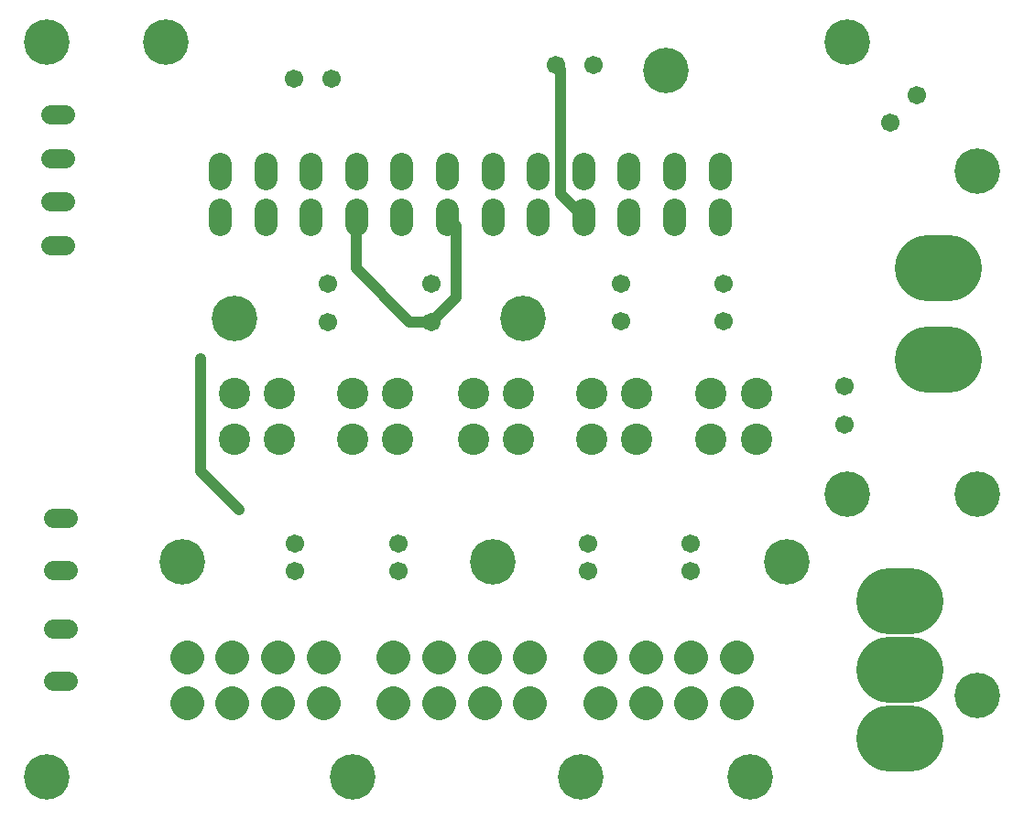
<source format=gbs>
G04 Layer: BottomSolderMaskLayer*
G04 EasyEDA v6.4.19.4, 2021-09-27T21:18:42+08:00*
G04 328f29077b91436ca96412054b8b6626,119f753a6ce64b8d841f2ad33262ab0c,10*
G04 Gerber Generator version 0.2*
G04 Scale: 100 percent, Rotated: No, Reflected: No *
G04 Dimensions in millimeters *
G04 leading zeros omitted , absolute positions ,4 integer and 5 decimal *
%FSLAX45Y45*%
%MOMM*%

%ADD13C,1.0000*%
%ADD28C,6.1016*%
%ADD29C,1.8032*%
%ADD30C,2.1000*%
%ADD31C,3.1016*%
%ADD32C,4.2032*%
%ADD34C,1.7016*%
%ADD35C,2.9016*%

%LPD*%
D13*
X2222500Y2921000D02*
G01*
X1866900Y3276600D01*
X1866900Y4216400D01*
X1866900Y4318000D01*
X5194300Y6769100D02*
G01*
X5194300Y6993869D01*
X5152948Y7035220D01*
X3306097Y5631992D02*
G01*
X3306097Y5152102D01*
X3797315Y4660884D01*
X4000500Y4660884D01*
X4146100Y5631992D02*
G01*
X4229100Y5548993D01*
X4229100Y4889484D01*
X4000500Y4660884D01*
X5194300Y6769100D02*
G01*
X5194300Y6896100D01*
X5406136Y5631942D02*
G01*
X5194300Y5843778D01*
X5194300Y6769100D01*
D28*
X8786799Y5156200D02*
G01*
X8586800Y5156200D01*
X8431199Y2070100D02*
G01*
X8231200Y2070100D01*
X8431199Y1435100D02*
G01*
X8231200Y1435100D01*
X8431199Y800100D02*
G01*
X8231200Y800100D01*
X8786799Y4305300D02*
G01*
X8586800Y4305300D01*
D29*
X476100Y6578600D02*
G01*
X616099Y6578600D01*
X476100Y6174366D02*
G01*
X616099Y6174366D01*
X476100Y5770138D02*
G01*
X616099Y5770138D01*
X476100Y5365902D02*
G01*
X616099Y5365902D01*
X501500Y2844800D02*
G01*
X641499Y2844800D01*
X501500Y2362200D02*
G01*
X641499Y2362200D01*
X501500Y1816100D02*
G01*
X641499Y1816100D01*
X501500Y1333500D02*
G01*
X641499Y1333500D01*
D30*
X2046097Y5701992D02*
G01*
X2046097Y5561992D01*
X2046097Y6122007D02*
G01*
X2046097Y5982007D01*
X2466086Y5701992D02*
G01*
X2466086Y5561992D01*
X2466086Y6122007D02*
G01*
X2466086Y5982007D01*
X2886100Y5701992D02*
G01*
X2886100Y5561992D01*
X2886100Y6122007D02*
G01*
X2886100Y5982007D01*
X3306089Y5701992D02*
G01*
X3306089Y5561992D01*
X3306089Y6122007D02*
G01*
X3306089Y5982007D01*
X3726103Y5701992D02*
G01*
X3726103Y5561992D01*
X3726103Y6122007D02*
G01*
X3726103Y5982007D01*
X4146092Y5701992D02*
G01*
X4146092Y5561992D01*
X4146092Y6122007D02*
G01*
X4146092Y5982007D01*
X4566107Y5701992D02*
G01*
X4566107Y5561992D01*
X4566107Y6122007D02*
G01*
X4566107Y5982007D01*
X4986096Y5701992D02*
G01*
X4986096Y5561992D01*
X4986096Y6122007D02*
G01*
X4986096Y5982007D01*
X5406085Y5701992D02*
G01*
X5406085Y5561992D01*
X5406085Y6122007D02*
G01*
X5406085Y5982007D01*
X5826099Y5701992D02*
G01*
X5826099Y5561992D01*
X5826099Y6122007D02*
G01*
X5826099Y5982007D01*
X6246088Y5701992D02*
G01*
X6246088Y5561992D01*
X6246088Y6122007D02*
G01*
X6246088Y5982007D01*
X6666102Y5701992D02*
G01*
X6666102Y5561992D01*
X6666102Y6122007D02*
G01*
X6666102Y5982007D01*
D31*
X1737995Y1136650D02*
G01*
X1737995Y1136650D01*
X1737995Y1556765D02*
G01*
X1737995Y1556765D01*
X2158111Y1136650D02*
G01*
X2158111Y1136650D01*
X2158111Y1556765D02*
G01*
X2158111Y1556765D01*
X2578988Y1135634D02*
G01*
X2578988Y1135634D01*
X2578988Y1555750D02*
G01*
X2578988Y1555750D01*
X2999104Y1135634D02*
G01*
X2999104Y1135634D01*
X2999104Y1555750D02*
G01*
X2999104Y1555750D01*
X3649345Y1136650D02*
G01*
X3649345Y1136650D01*
X3649345Y1556765D02*
G01*
X3649345Y1556765D01*
X4069461Y1136650D02*
G01*
X4069461Y1136650D01*
X4069461Y1556765D02*
G01*
X4069461Y1556765D01*
X4490338Y1135634D02*
G01*
X4490338Y1135634D01*
X4490338Y1555750D02*
G01*
X4490338Y1555750D01*
X4910454Y1135634D02*
G01*
X4910454Y1135634D01*
X4910454Y1555750D02*
G01*
X4910454Y1555750D01*
X5560695Y1136650D02*
G01*
X5560695Y1136650D01*
X5560695Y1556765D02*
G01*
X5560695Y1556765D01*
X5980811Y1136650D02*
G01*
X5980811Y1136650D01*
X5980811Y1556765D02*
G01*
X5980811Y1556765D01*
X6401688Y1135634D02*
G01*
X6401688Y1135634D01*
X6401688Y1555750D02*
G01*
X6401688Y1555750D01*
X6821804Y1135634D02*
G01*
X6821804Y1135634D01*
X6821804Y1555750D02*
G01*
X6821804Y1555750D01*
D32*
G01*
X450011Y449986D03*
G01*
X450011Y7249998D03*
G01*
X1550009Y7249998D03*
G01*
X7849997Y7249998D03*
G01*
X6949998Y449986D03*
G01*
X9049994Y1199997D03*
G01*
X9049994Y6050000D03*
G01*
X2184400Y4686300D03*
G01*
X4851400Y4686300D03*
G01*
X3276600Y450011D03*
G01*
X5384800Y450011D03*
G01*
X4572000Y2438400D03*
G01*
X1701800Y2438400D03*
G01*
X7289800Y2438400D03*
G01*
X7849997Y3060700D03*
G01*
X9049994Y3060700D03*
G01*
X6172200Y6985000D03*
D34*
G01*
X4000500Y4660874D03*
G01*
X4000500Y5010886D03*
G01*
X3048000Y4660874D03*
G01*
X3048000Y5010886D03*
G01*
X5753100Y4660900D03*
G01*
X5753100Y5010912D03*
G01*
X6705600Y4660900D03*
G01*
X6705600Y5010912D03*
D35*
G01*
X2597658Y3994657D03*
G01*
X2597658Y3574542D03*
G01*
X2177541Y3994657D03*
G01*
X2177541Y3574542D03*
G01*
X3689858Y3994657D03*
G01*
X3689858Y3574542D03*
G01*
X3269741Y3994657D03*
G01*
X3269741Y3574542D03*
G01*
X4807458Y3994657D03*
G01*
X4807458Y3574542D03*
G01*
X4387341Y3994657D03*
G01*
X4387341Y3574542D03*
G01*
X5899658Y3994657D03*
G01*
X5899658Y3574542D03*
G01*
X5479541Y3994657D03*
G01*
X5479541Y3574542D03*
G01*
X7004558Y3994657D03*
G01*
X7004558Y3574542D03*
G01*
X6584441Y3994657D03*
G01*
X6584441Y3574542D03*
D34*
G01*
X3083306Y6904941D03*
G01*
X2733293Y6904941D03*
G01*
X7823200Y4061205D03*
G01*
X7823200Y3711194D03*
G01*
X8245551Y6505651D03*
G01*
X8493048Y6753148D03*
G01*
X2743200Y2349500D03*
G01*
X2743200Y2603500D03*
G01*
X3695700Y2349500D03*
G01*
X3695700Y2603500D03*
G01*
X5448300Y2349525D03*
G01*
X5448300Y2603525D03*
G01*
X6400800Y2349525D03*
G01*
X6400800Y2603525D03*
G01*
X5502960Y7035218D03*
G01*
X5152948Y7035220D03*
M02*

</source>
